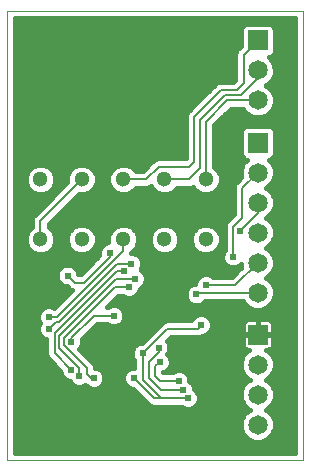
<source format=gbl>
G75*
%MOIN*%
%OFA0B0*%
%FSLAX25Y25*%
%IPPOS*%
%LPD*%
%AMOC8*
5,1,8,0,0,1.08239X$1,22.5*
%
%ADD10C,0.00000*%
%ADD11R,0.06500X0.06500*%
%ADD12C,0.06500*%
%ADD13C,0.05118*%
%ADD14C,0.01600*%
%ADD15C,0.02381*%
%ADD16C,0.00800*%
D10*
X0037739Y0009674D02*
X0037739Y0159280D01*
X0136164Y0159280D01*
X0136164Y0009674D01*
X0037739Y0009674D01*
D11*
X0121203Y0051406D03*
X0121203Y0115383D03*
X0121203Y0149438D03*
D12*
X0121203Y0139438D03*
X0121203Y0129438D03*
X0121203Y0105383D03*
X0121203Y0095383D03*
X0121203Y0085383D03*
X0121203Y0075383D03*
X0121203Y0065383D03*
X0121203Y0041406D03*
X0121203Y0031406D03*
X0121203Y0021406D03*
D13*
X0103880Y0083139D03*
X0090101Y0083139D03*
X0076321Y0083139D03*
X0062542Y0083139D03*
X0048762Y0083139D03*
X0048762Y0103139D03*
X0062542Y0103139D03*
X0076321Y0103139D03*
X0090101Y0103139D03*
X0103880Y0103139D03*
D14*
X0100815Y0099191D02*
X0093166Y0099191D01*
X0092910Y0098934D02*
X0094305Y0100330D01*
X0094309Y0100339D01*
X0098689Y0100339D01*
X0099528Y0100686D01*
X0099676Y0100330D01*
X0101071Y0098934D01*
X0102894Y0098180D01*
X0104867Y0098180D01*
X0106689Y0098934D01*
X0108084Y0100330D01*
X0108839Y0102152D01*
X0108839Y0104125D01*
X0108084Y0105948D01*
X0106689Y0107343D01*
X0106680Y0107346D01*
X0106680Y0121113D01*
X0112205Y0126638D01*
X0116247Y0126638D01*
X0116413Y0126237D01*
X0118003Y0124648D01*
X0120079Y0123788D01*
X0122327Y0123788D01*
X0124404Y0124648D01*
X0125993Y0126237D01*
X0126853Y0128314D01*
X0126853Y0130562D01*
X0125993Y0132638D01*
X0124404Y0134228D01*
X0123896Y0134438D01*
X0124404Y0134648D01*
X0125993Y0136237D01*
X0126853Y0138314D01*
X0126853Y0140562D01*
X0125993Y0142638D01*
X0124843Y0143788D01*
X0124931Y0143788D01*
X0125813Y0144153D01*
X0126488Y0144828D01*
X0126853Y0145710D01*
X0126853Y0153165D01*
X0126488Y0154047D01*
X0125813Y0154722D01*
X0124931Y0155088D01*
X0117476Y0155088D01*
X0116594Y0154722D01*
X0115919Y0154047D01*
X0115553Y0153165D01*
X0115553Y0147748D01*
X0114105Y0146299D01*
X0113679Y0145270D01*
X0113679Y0136424D01*
X0112957Y0135702D01*
X0108441Y0135702D01*
X0107412Y0135276D01*
X0106625Y0134488D01*
X0097570Y0125433D01*
X0097143Y0124404D01*
X0097143Y0110112D01*
X0087575Y0110112D01*
X0086546Y0109686D01*
X0085759Y0108898D01*
X0082799Y0105939D01*
X0080529Y0105939D01*
X0080525Y0105948D01*
X0079130Y0107343D01*
X0077308Y0108098D01*
X0075335Y0108098D01*
X0073512Y0107343D01*
X0072117Y0105948D01*
X0071362Y0104125D01*
X0071362Y0102152D01*
X0072117Y0100330D01*
X0073512Y0098934D01*
X0075335Y0098180D01*
X0077308Y0098180D01*
X0079130Y0098934D01*
X0080525Y0100330D01*
X0080529Y0100339D01*
X0084516Y0100339D01*
X0085545Y0100765D01*
X0085666Y0100886D01*
X0085897Y0100330D01*
X0087292Y0098934D01*
X0089114Y0098180D01*
X0091087Y0098180D01*
X0092910Y0098934D01*
X0087036Y0099191D02*
X0079386Y0099191D01*
X0073256Y0099191D02*
X0065607Y0099191D01*
X0065351Y0098934D02*
X0066746Y0100330D01*
X0067501Y0102152D01*
X0067501Y0104125D01*
X0066746Y0105948D01*
X0065351Y0107343D01*
X0063528Y0108098D01*
X0061555Y0108098D01*
X0059733Y0107343D01*
X0058338Y0105948D01*
X0057583Y0104125D01*
X0057583Y0102152D01*
X0057586Y0102143D01*
X0047176Y0091733D01*
X0046388Y0090945D01*
X0045962Y0089916D01*
X0045962Y0087346D01*
X0045953Y0087343D01*
X0044558Y0085948D01*
X0043803Y0084125D01*
X0043803Y0082152D01*
X0044558Y0080330D01*
X0045953Y0078934D01*
X0047776Y0078180D01*
X0049749Y0078180D01*
X0051571Y0078934D01*
X0052966Y0080330D01*
X0053721Y0082152D01*
X0053721Y0084125D01*
X0052966Y0085948D01*
X0051571Y0087343D01*
X0051562Y0087346D01*
X0051562Y0088199D01*
X0061546Y0098183D01*
X0061555Y0098180D01*
X0063528Y0098180D01*
X0065351Y0098934D01*
X0066936Y0100789D02*
X0071927Y0100789D01*
X0071362Y0102388D02*
X0067501Y0102388D01*
X0067501Y0103986D02*
X0071362Y0103986D01*
X0071967Y0105585D02*
X0066896Y0105585D01*
X0065510Y0107183D02*
X0073353Y0107183D01*
X0079290Y0107183D02*
X0084044Y0107183D01*
X0085642Y0108782D02*
X0040139Y0108782D01*
X0040139Y0110380D02*
X0097143Y0110380D01*
X0097143Y0111979D02*
X0040139Y0111979D01*
X0040139Y0113577D02*
X0097143Y0113577D01*
X0097143Y0115176D02*
X0040139Y0115176D01*
X0040139Y0116774D02*
X0097143Y0116774D01*
X0097143Y0118373D02*
X0040139Y0118373D01*
X0040139Y0119971D02*
X0097143Y0119971D01*
X0097143Y0121570D02*
X0040139Y0121570D01*
X0040139Y0123168D02*
X0097143Y0123168D01*
X0097293Y0124767D02*
X0040139Y0124767D01*
X0040139Y0126365D02*
X0098502Y0126365D01*
X0100100Y0127964D02*
X0040139Y0127964D01*
X0040139Y0129562D02*
X0101699Y0129562D01*
X0103297Y0131161D02*
X0040139Y0131161D01*
X0040139Y0132759D02*
X0104896Y0132759D01*
X0106494Y0134358D02*
X0040139Y0134358D01*
X0040139Y0135956D02*
X0113211Y0135956D01*
X0113679Y0137555D02*
X0040139Y0137555D01*
X0040139Y0139153D02*
X0113679Y0139153D01*
X0113679Y0140752D02*
X0040139Y0140752D01*
X0040139Y0142350D02*
X0113679Y0142350D01*
X0113679Y0143949D02*
X0040139Y0143949D01*
X0040139Y0145547D02*
X0113794Y0145547D01*
X0114952Y0147146D02*
X0040139Y0147146D01*
X0040139Y0148745D02*
X0115553Y0148745D01*
X0115553Y0150343D02*
X0040139Y0150343D01*
X0040139Y0151942D02*
X0115553Y0151942D01*
X0115708Y0153540D02*
X0040139Y0153540D01*
X0040139Y0155139D02*
X0133764Y0155139D01*
X0133764Y0156737D02*
X0040139Y0156737D01*
X0040139Y0156880D02*
X0133764Y0156880D01*
X0133764Y0012074D01*
X0040139Y0012074D01*
X0040139Y0156880D01*
X0047776Y0108098D02*
X0045953Y0107343D01*
X0044558Y0105948D01*
X0043803Y0104125D01*
X0043803Y0102152D01*
X0044558Y0100330D01*
X0045953Y0098934D01*
X0047776Y0098180D01*
X0049749Y0098180D01*
X0051571Y0098934D01*
X0052966Y0100330D01*
X0053721Y0102152D01*
X0053721Y0104125D01*
X0052966Y0105948D01*
X0051571Y0107343D01*
X0049749Y0108098D01*
X0047776Y0108098D01*
X0045794Y0107183D02*
X0040139Y0107183D01*
X0040139Y0105585D02*
X0044408Y0105585D01*
X0043803Y0103986D02*
X0040139Y0103986D01*
X0040139Y0102388D02*
X0043803Y0102388D01*
X0044368Y0100789D02*
X0040139Y0100789D01*
X0040139Y0099191D02*
X0045697Y0099191D01*
X0049838Y0094395D02*
X0040139Y0094395D01*
X0040139Y0092797D02*
X0048240Y0092797D01*
X0046641Y0091198D02*
X0040139Y0091198D01*
X0040139Y0089600D02*
X0045962Y0089600D01*
X0045962Y0088001D02*
X0040139Y0088001D01*
X0040139Y0086403D02*
X0045013Y0086403D01*
X0044084Y0084804D02*
X0040139Y0084804D01*
X0040139Y0083206D02*
X0043803Y0083206D01*
X0044029Y0081607D02*
X0040139Y0081607D01*
X0040139Y0080009D02*
X0044879Y0080009D01*
X0047219Y0078410D02*
X0040139Y0078410D01*
X0040139Y0076811D02*
X0067452Y0076811D01*
X0068429Y0077788D02*
X0062169Y0071529D01*
X0061408Y0071529D01*
X0061408Y0071806D01*
X0060861Y0073125D01*
X0059851Y0074135D01*
X0058531Y0074682D01*
X0057103Y0074682D01*
X0055783Y0074135D01*
X0054773Y0073125D01*
X0054227Y0071806D01*
X0054227Y0070377D01*
X0054773Y0069057D01*
X0055783Y0068047D01*
X0057103Y0067501D01*
X0057448Y0067501D01*
X0058593Y0066355D01*
X0059134Y0066132D01*
X0053415Y0060412D01*
X0052232Y0060902D01*
X0050804Y0060902D01*
X0049484Y0060356D01*
X0048474Y0059346D01*
X0047928Y0058026D01*
X0047928Y0056598D01*
X0048447Y0055343D01*
X0047928Y0054089D01*
X0047928Y0052661D01*
X0048474Y0051341D01*
X0049484Y0050331D01*
X0050687Y0049833D01*
X0050687Y0044550D01*
X0051113Y0043521D01*
X0055408Y0039226D01*
X0055408Y0038881D01*
X0055954Y0037561D01*
X0056965Y0036551D01*
X0058284Y0036005D01*
X0058540Y0036005D01*
X0058710Y0035593D01*
X0059720Y0034583D01*
X0061040Y0034036D01*
X0062469Y0034036D01*
X0063696Y0034545D01*
X0064445Y0033795D01*
X0065765Y0033249D01*
X0067193Y0033249D01*
X0068513Y0033795D01*
X0069523Y0034805D01*
X0070069Y0036125D01*
X0070069Y0037554D01*
X0069523Y0038873D01*
X0068513Y0039883D01*
X0067193Y0040430D01*
X0066916Y0040430D01*
X0066916Y0040940D01*
X0066490Y0041969D01*
X0065703Y0042756D01*
X0061746Y0046713D01*
X0062042Y0047010D01*
X0062589Y0048330D01*
X0062589Y0049758D01*
X0062560Y0049827D01*
X0067639Y0054906D01*
X0070894Y0054906D01*
X0071138Y0054662D01*
X0072457Y0054115D01*
X0073886Y0054115D01*
X0075206Y0054662D01*
X0076216Y0055672D01*
X0076762Y0056991D01*
X0076762Y0058420D01*
X0076216Y0059739D01*
X0075206Y0060749D01*
X0073886Y0061296D01*
X0072457Y0061296D01*
X0071138Y0060749D01*
X0070894Y0060505D01*
X0070876Y0060505D01*
X0074725Y0064354D01*
X0076012Y0064354D01*
X0076256Y0064110D01*
X0077576Y0063564D01*
X0079004Y0063564D01*
X0080324Y0064110D01*
X0081334Y0065120D01*
X0081880Y0066440D01*
X0081880Y0066696D01*
X0082292Y0066866D01*
X0083302Y0067876D01*
X0083849Y0069196D01*
X0083849Y0070624D01*
X0083302Y0071944D01*
X0082292Y0072954D01*
X0082132Y0073021D01*
X0082668Y0074314D01*
X0082668Y0075743D01*
X0082121Y0077062D01*
X0081111Y0078072D01*
X0079791Y0078619D01*
X0079045Y0078619D01*
X0079121Y0078802D01*
X0079121Y0078931D01*
X0079130Y0078934D01*
X0080525Y0080330D01*
X0081280Y0082152D01*
X0081280Y0084125D01*
X0080525Y0085948D01*
X0079130Y0087343D01*
X0077308Y0088098D01*
X0075335Y0088098D01*
X0073512Y0087343D01*
X0072117Y0085948D01*
X0071362Y0084125D01*
X0071362Y0082162D01*
X0071276Y0082162D01*
X0069957Y0081616D01*
X0068947Y0080606D01*
X0068400Y0079286D01*
X0068400Y0077857D01*
X0068429Y0077788D01*
X0068400Y0078410D02*
X0064085Y0078410D01*
X0063528Y0078180D02*
X0065351Y0078934D01*
X0066746Y0080330D01*
X0067501Y0082152D01*
X0067501Y0084125D01*
X0066746Y0085948D01*
X0065351Y0087343D01*
X0063528Y0088098D01*
X0061555Y0088098D01*
X0059733Y0087343D01*
X0058338Y0085948D01*
X0057583Y0084125D01*
X0057583Y0082152D01*
X0058338Y0080330D01*
X0059733Y0078934D01*
X0061555Y0078180D01*
X0063528Y0078180D01*
X0060999Y0078410D02*
X0050305Y0078410D01*
X0052645Y0080009D02*
X0058659Y0080009D01*
X0057808Y0081607D02*
X0053495Y0081607D01*
X0053721Y0083206D02*
X0057583Y0083206D01*
X0057864Y0084804D02*
X0053440Y0084804D01*
X0052511Y0086403D02*
X0058793Y0086403D01*
X0061322Y0088001D02*
X0051562Y0088001D01*
X0052962Y0089600D02*
X0111342Y0089600D01*
X0111349Y0089607D02*
X0110562Y0088819D01*
X0110135Y0087790D01*
X0110135Y0079668D01*
X0109891Y0079424D01*
X0109345Y0078105D01*
X0109345Y0076676D01*
X0109891Y0075357D01*
X0110902Y0074347D01*
X0112221Y0073800D01*
X0113650Y0073800D01*
X0114969Y0074347D01*
X0115553Y0074930D01*
X0115553Y0074259D01*
X0115719Y0073858D01*
X0112602Y0070742D01*
X0106158Y0070742D01*
X0105914Y0070986D01*
X0104594Y0071532D01*
X0103166Y0071532D01*
X0101846Y0070986D01*
X0100836Y0069976D01*
X0100290Y0068656D01*
X0100290Y0068383D01*
X0100016Y0068383D01*
X0098697Y0067836D01*
X0097687Y0066826D01*
X0097140Y0065506D01*
X0097140Y0064078D01*
X0097687Y0062758D01*
X0098697Y0061748D01*
X0100016Y0061202D01*
X0101445Y0061202D01*
X0102765Y0061748D01*
X0103599Y0062583D01*
X0116247Y0062583D01*
X0116413Y0062182D01*
X0118003Y0060593D01*
X0120079Y0059733D01*
X0122327Y0059733D01*
X0124404Y0060593D01*
X0125993Y0062182D01*
X0126853Y0064259D01*
X0126853Y0066507D01*
X0125993Y0068583D01*
X0124404Y0070173D01*
X0123896Y0070383D01*
X0124404Y0070593D01*
X0125993Y0072182D01*
X0126853Y0074259D01*
X0126853Y0076507D01*
X0125993Y0078583D01*
X0124404Y0080173D01*
X0123896Y0080383D01*
X0124404Y0080593D01*
X0125993Y0082182D01*
X0126853Y0084259D01*
X0126853Y0086507D01*
X0125993Y0088583D01*
X0124404Y0090173D01*
X0123896Y0090383D01*
X0124404Y0090593D01*
X0125993Y0092182D01*
X0126853Y0094259D01*
X0126853Y0096507D01*
X0125993Y0098583D01*
X0124404Y0100173D01*
X0123896Y0100383D01*
X0124404Y0100593D01*
X0125993Y0102182D01*
X0126853Y0104259D01*
X0126853Y0106507D01*
X0125993Y0108583D01*
X0124843Y0109733D01*
X0124931Y0109733D01*
X0125813Y0110098D01*
X0126488Y0110773D01*
X0126853Y0111655D01*
X0126853Y0119110D01*
X0126488Y0119992D01*
X0125813Y0120667D01*
X0124931Y0121033D01*
X0117476Y0121033D01*
X0116594Y0120667D01*
X0115919Y0119992D01*
X0115553Y0119110D01*
X0115553Y0111655D01*
X0115919Y0110773D01*
X0116594Y0110098D01*
X0117476Y0109733D01*
X0117563Y0109733D01*
X0116413Y0108583D01*
X0115553Y0106507D01*
X0115553Y0104259D01*
X0115719Y0103858D01*
X0114499Y0102638D01*
X0113711Y0101851D01*
X0113285Y0100822D01*
X0113285Y0091542D01*
X0111349Y0089607D01*
X0110223Y0088001D02*
X0105100Y0088001D01*
X0104867Y0088098D02*
X0102894Y0088098D01*
X0101071Y0087343D01*
X0099676Y0085948D01*
X0098921Y0084125D01*
X0098921Y0082152D01*
X0099676Y0080330D01*
X0101071Y0078934D01*
X0102894Y0078180D01*
X0104867Y0078180D01*
X0106689Y0078934D01*
X0108084Y0080330D01*
X0108839Y0082152D01*
X0108839Y0084125D01*
X0108084Y0085948D01*
X0106689Y0087343D01*
X0104867Y0088098D01*
X0102661Y0088001D02*
X0091320Y0088001D01*
X0091087Y0088098D02*
X0089114Y0088098D01*
X0087292Y0087343D01*
X0085897Y0085948D01*
X0085142Y0084125D01*
X0085142Y0082152D01*
X0085897Y0080330D01*
X0087292Y0078934D01*
X0089114Y0078180D01*
X0091087Y0078180D01*
X0092910Y0078934D01*
X0094305Y0080330D01*
X0095060Y0082152D01*
X0095060Y0084125D01*
X0094305Y0085948D01*
X0092910Y0087343D01*
X0091087Y0088098D01*
X0088881Y0088001D02*
X0077541Y0088001D01*
X0080070Y0086403D02*
X0086352Y0086403D01*
X0085423Y0084804D02*
X0080999Y0084804D01*
X0081280Y0083206D02*
X0085142Y0083206D01*
X0085368Y0081607D02*
X0081054Y0081607D01*
X0080204Y0080009D02*
X0086218Y0080009D01*
X0088558Y0078410D02*
X0080296Y0078410D01*
X0082225Y0076811D02*
X0109345Y0076811D01*
X0109471Y0078410D02*
X0105423Y0078410D01*
X0107763Y0080009D02*
X0110135Y0080009D01*
X0110135Y0081607D02*
X0108614Y0081607D01*
X0108839Y0083206D02*
X0110135Y0083206D01*
X0110135Y0084804D02*
X0108558Y0084804D01*
X0107629Y0086403D02*
X0110135Y0086403D01*
X0112941Y0091198D02*
X0054561Y0091198D01*
X0056160Y0092797D02*
X0113285Y0092797D01*
X0113285Y0094395D02*
X0057758Y0094395D01*
X0059357Y0095994D02*
X0113285Y0095994D01*
X0113285Y0097592D02*
X0060955Y0097592D01*
X0057583Y0102388D02*
X0053721Y0102388D01*
X0053721Y0103986D02*
X0057583Y0103986D01*
X0058187Y0105585D02*
X0053117Y0105585D01*
X0051731Y0107183D02*
X0059573Y0107183D01*
X0056233Y0100789D02*
X0053157Y0100789D01*
X0051827Y0099191D02*
X0054634Y0099191D01*
X0053035Y0097592D02*
X0040139Y0097592D01*
X0040139Y0095994D02*
X0051437Y0095994D01*
X0063761Y0088001D02*
X0075102Y0088001D01*
X0072572Y0086403D02*
X0066291Y0086403D01*
X0067219Y0084804D02*
X0071643Y0084804D01*
X0071362Y0083206D02*
X0067501Y0083206D01*
X0067275Y0081607D02*
X0069948Y0081607D01*
X0068699Y0080009D02*
X0066425Y0080009D01*
X0065853Y0075213D02*
X0040139Y0075213D01*
X0040139Y0073614D02*
X0055263Y0073614D01*
X0054314Y0072016D02*
X0040139Y0072016D01*
X0040139Y0070417D02*
X0054227Y0070417D01*
X0055012Y0068819D02*
X0040139Y0068819D01*
X0040139Y0067220D02*
X0057728Y0067220D01*
X0058624Y0065622D02*
X0040139Y0065622D01*
X0040139Y0064023D02*
X0057026Y0064023D01*
X0055427Y0062425D02*
X0040139Y0062425D01*
X0040139Y0060826D02*
X0050620Y0060826D01*
X0052416Y0060826D02*
X0053829Y0060826D01*
X0048425Y0059228D02*
X0040139Y0059228D01*
X0040139Y0057629D02*
X0047928Y0057629D01*
X0048162Y0056031D02*
X0040139Y0056031D01*
X0040139Y0054432D02*
X0048070Y0054432D01*
X0047928Y0052834D02*
X0040139Y0052834D01*
X0040139Y0051235D02*
X0048580Y0051235D01*
X0050687Y0049637D02*
X0040139Y0049637D01*
X0040139Y0048038D02*
X0050687Y0048038D01*
X0050687Y0046440D02*
X0040139Y0046440D01*
X0040139Y0044841D02*
X0050687Y0044841D01*
X0051391Y0043243D02*
X0040139Y0043243D01*
X0040139Y0041644D02*
X0052990Y0041644D01*
X0054588Y0040046D02*
X0040139Y0040046D01*
X0040139Y0038447D02*
X0055588Y0038447D01*
X0056667Y0036849D02*
X0040139Y0036849D01*
X0040139Y0035250D02*
X0059053Y0035250D01*
X0064792Y0033652D02*
X0040139Y0033652D01*
X0040139Y0032053D02*
X0080691Y0032053D01*
X0079495Y0033249D02*
X0084971Y0027773D01*
X0086000Y0027346D01*
X0095697Y0027346D01*
X0095941Y0027103D01*
X0097261Y0026556D01*
X0098689Y0026556D01*
X0100009Y0027103D01*
X0101019Y0028113D01*
X0101565Y0029432D01*
X0101565Y0030861D01*
X0101019Y0032180D01*
X0100009Y0033190D01*
X0099991Y0033198D01*
X0099991Y0033617D01*
X0099444Y0034936D01*
X0098434Y0035946D01*
X0098416Y0035954D01*
X0098416Y0036766D01*
X0097869Y0038086D01*
X0096859Y0039096D01*
X0095539Y0039643D01*
X0094111Y0039643D01*
X0092791Y0039096D01*
X0092547Y0038852D01*
X0089751Y0038852D01*
X0089751Y0038972D01*
X0090560Y0039307D01*
X0091570Y0040317D01*
X0092116Y0041637D01*
X0092116Y0043065D01*
X0091570Y0044385D01*
X0091045Y0044910D01*
X0091176Y0045042D01*
X0091723Y0046361D01*
X0091723Y0047790D01*
X0091176Y0049109D01*
X0090978Y0049308D01*
X0092245Y0050575D01*
X0101681Y0050575D01*
X0102624Y0050965D01*
X0103020Y0050965D01*
X0104339Y0051512D01*
X0105349Y0052522D01*
X0105896Y0053842D01*
X0105896Y0055270D01*
X0105349Y0056590D01*
X0104339Y0057600D01*
X0103020Y0058146D01*
X0101591Y0058146D01*
X0100272Y0057600D01*
X0099262Y0056590D01*
X0099090Y0056175D01*
X0090528Y0056175D01*
X0089499Y0055749D01*
X0082448Y0048698D01*
X0082103Y0048698D01*
X0080783Y0048151D01*
X0079773Y0047141D01*
X0079227Y0045821D01*
X0079227Y0044393D01*
X0079773Y0043073D01*
X0080017Y0042829D01*
X0080017Y0040430D01*
X0079150Y0040430D01*
X0077831Y0039883D01*
X0076821Y0038873D01*
X0076274Y0037554D01*
X0076274Y0036125D01*
X0076821Y0034805D01*
X0077831Y0033795D01*
X0079150Y0033249D01*
X0079495Y0033249D01*
X0078178Y0033652D02*
X0068166Y0033652D01*
X0069707Y0035250D02*
X0076636Y0035250D01*
X0076274Y0036849D02*
X0070069Y0036849D01*
X0069699Y0038447D02*
X0076644Y0038447D01*
X0078223Y0040046D02*
X0068120Y0040046D01*
X0066625Y0041644D02*
X0080017Y0041644D01*
X0079703Y0043243D02*
X0065216Y0043243D01*
X0063618Y0044841D02*
X0079227Y0044841D01*
X0079483Y0046440D02*
X0062019Y0046440D01*
X0062468Y0048038D02*
X0080671Y0048038D01*
X0083387Y0049637D02*
X0062589Y0049637D01*
X0063968Y0051235D02*
X0084986Y0051235D01*
X0086584Y0052834D02*
X0065567Y0052834D01*
X0067165Y0054432D02*
X0071691Y0054432D01*
X0074652Y0054432D02*
X0088183Y0054432D01*
X0090181Y0056031D02*
X0076364Y0056031D01*
X0076762Y0057629D02*
X0100343Y0057629D01*
X0098020Y0062425D02*
X0072796Y0062425D01*
X0071324Y0060826D02*
X0071197Y0060826D01*
X0075020Y0060826D02*
X0117769Y0060826D01*
X0116313Y0062425D02*
X0103441Y0062425D01*
X0104268Y0057629D02*
X0133764Y0057629D01*
X0133764Y0056031D02*
X0125624Y0056031D01*
X0125558Y0056097D02*
X0125148Y0056334D01*
X0124690Y0056456D01*
X0121278Y0056456D01*
X0121278Y0051481D01*
X0126253Y0051481D01*
X0126253Y0054893D01*
X0126130Y0055351D01*
X0125893Y0055762D01*
X0125558Y0056097D01*
X0126253Y0054432D02*
X0133764Y0054432D01*
X0133764Y0052834D02*
X0126253Y0052834D01*
X0126253Y0051331D02*
X0121278Y0051331D01*
X0121278Y0051481D01*
X0121128Y0051481D01*
X0121128Y0051331D01*
X0116153Y0051331D01*
X0116153Y0047919D01*
X0116276Y0047462D01*
X0116513Y0047051D01*
X0116848Y0046716D01*
X0117258Y0046479D01*
X0117716Y0046356D01*
X0118389Y0046356D01*
X0118003Y0046196D01*
X0116413Y0044607D01*
X0115553Y0042530D01*
X0115553Y0040282D01*
X0116413Y0038206D01*
X0118003Y0036616D01*
X0118510Y0036406D01*
X0118003Y0036196D01*
X0116413Y0034607D01*
X0115553Y0032530D01*
X0115553Y0030282D01*
X0116413Y0028206D01*
X0118003Y0026616D01*
X0118510Y0026406D01*
X0118003Y0026196D01*
X0116413Y0024607D01*
X0115553Y0022530D01*
X0115553Y0020282D01*
X0116413Y0018206D01*
X0118003Y0016616D01*
X0120079Y0015756D01*
X0122327Y0015756D01*
X0124404Y0016616D01*
X0125993Y0018206D01*
X0126853Y0020282D01*
X0126853Y0022530D01*
X0125993Y0024607D01*
X0124404Y0026196D01*
X0123896Y0026406D01*
X0124404Y0026616D01*
X0125993Y0028206D01*
X0126853Y0030282D01*
X0126853Y0032530D01*
X0125993Y0034607D01*
X0124404Y0036196D01*
X0123896Y0036406D01*
X0124404Y0036616D01*
X0125993Y0038206D01*
X0126853Y0040282D01*
X0126853Y0042530D01*
X0125993Y0044607D01*
X0124404Y0046196D01*
X0124017Y0046356D01*
X0124690Y0046356D01*
X0125148Y0046479D01*
X0125558Y0046716D01*
X0125893Y0047051D01*
X0126130Y0047462D01*
X0126253Y0047919D01*
X0126253Y0051331D01*
X0126253Y0051235D02*
X0133764Y0051235D01*
X0133764Y0049637D02*
X0126253Y0049637D01*
X0126253Y0048038D02*
X0133764Y0048038D01*
X0133764Y0046440D02*
X0125002Y0046440D01*
X0125758Y0044841D02*
X0133764Y0044841D01*
X0133764Y0043243D02*
X0126558Y0043243D01*
X0126853Y0041644D02*
X0133764Y0041644D01*
X0133764Y0040046D02*
X0126755Y0040046D01*
X0126093Y0038447D02*
X0133764Y0038447D01*
X0133764Y0036849D02*
X0124636Y0036849D01*
X0125350Y0035250D02*
X0133764Y0035250D01*
X0133764Y0033652D02*
X0126389Y0033652D01*
X0126853Y0032053D02*
X0133764Y0032053D01*
X0133764Y0030455D02*
X0126853Y0030455D01*
X0126262Y0028856D02*
X0133764Y0028856D01*
X0133764Y0027258D02*
X0125045Y0027258D01*
X0124941Y0025659D02*
X0133764Y0025659D01*
X0133764Y0024061D02*
X0126219Y0024061D01*
X0126853Y0022462D02*
X0133764Y0022462D01*
X0133764Y0020864D02*
X0126853Y0020864D01*
X0126432Y0019265D02*
X0133764Y0019265D01*
X0133764Y0017667D02*
X0125454Y0017667D01*
X0123080Y0016068D02*
X0133764Y0016068D01*
X0133764Y0014470D02*
X0040139Y0014470D01*
X0040139Y0016068D02*
X0119327Y0016068D01*
X0116953Y0017667D02*
X0040139Y0017667D01*
X0040139Y0019265D02*
X0115975Y0019265D01*
X0115553Y0020864D02*
X0040139Y0020864D01*
X0040139Y0022462D02*
X0115553Y0022462D01*
X0116187Y0024061D02*
X0040139Y0024061D01*
X0040139Y0025659D02*
X0117466Y0025659D01*
X0117361Y0027258D02*
X0100164Y0027258D01*
X0101327Y0028856D02*
X0116144Y0028856D01*
X0115553Y0030455D02*
X0101565Y0030455D01*
X0101071Y0032053D02*
X0115553Y0032053D01*
X0116018Y0033652D02*
X0099976Y0033652D01*
X0099130Y0035250D02*
X0117057Y0035250D01*
X0117770Y0036849D02*
X0098382Y0036849D01*
X0097508Y0038447D02*
X0116313Y0038447D01*
X0115651Y0040046D02*
X0091298Y0040046D01*
X0092116Y0041644D02*
X0115553Y0041644D01*
X0115848Y0043243D02*
X0092043Y0043243D01*
X0091114Y0044841D02*
X0116648Y0044841D01*
X0117405Y0046440D02*
X0091723Y0046440D01*
X0091620Y0048038D02*
X0116153Y0048038D01*
X0116153Y0049637D02*
X0091307Y0049637D01*
X0097163Y0064023D02*
X0080114Y0064023D01*
X0081541Y0065622D02*
X0097188Y0065622D01*
X0098081Y0067220D02*
X0082646Y0067220D01*
X0083693Y0068819D02*
X0100357Y0068819D01*
X0101278Y0070417D02*
X0083849Y0070417D01*
X0083230Y0072016D02*
X0113877Y0072016D01*
X0115475Y0073614D02*
X0082378Y0073614D01*
X0082668Y0075213D02*
X0110035Y0075213D01*
X0102337Y0078410D02*
X0091644Y0078410D01*
X0093984Y0080009D02*
X0099997Y0080009D01*
X0099147Y0081607D02*
X0094834Y0081607D01*
X0095060Y0083206D02*
X0098921Y0083206D01*
X0099203Y0084804D02*
X0094779Y0084804D01*
X0093850Y0086403D02*
X0100131Y0086403D01*
X0106946Y0099191D02*
X0113285Y0099191D01*
X0113285Y0100789D02*
X0108275Y0100789D01*
X0108839Y0102388D02*
X0114248Y0102388D01*
X0115666Y0103986D02*
X0108839Y0103986D01*
X0108235Y0105585D02*
X0115553Y0105585D01*
X0115833Y0107183D02*
X0106849Y0107183D01*
X0106680Y0108782D02*
X0116612Y0108782D01*
X0116311Y0110380D02*
X0106680Y0110380D01*
X0106680Y0111979D02*
X0115553Y0111979D01*
X0115553Y0113577D02*
X0106680Y0113577D01*
X0106680Y0115176D02*
X0115553Y0115176D01*
X0115553Y0116774D02*
X0106680Y0116774D01*
X0106680Y0118373D02*
X0115553Y0118373D01*
X0115910Y0119971D02*
X0106680Y0119971D01*
X0107137Y0121570D02*
X0133764Y0121570D01*
X0133764Y0123168D02*
X0108736Y0123168D01*
X0110334Y0124767D02*
X0117884Y0124767D01*
X0116360Y0126365D02*
X0111933Y0126365D01*
X0124522Y0124767D02*
X0133764Y0124767D01*
X0133764Y0126365D02*
X0126046Y0126365D01*
X0126708Y0127964D02*
X0133764Y0127964D01*
X0133764Y0129562D02*
X0126853Y0129562D01*
X0126605Y0131161D02*
X0133764Y0131161D01*
X0133764Y0132759D02*
X0125872Y0132759D01*
X0124089Y0134358D02*
X0133764Y0134358D01*
X0133764Y0135956D02*
X0125712Y0135956D01*
X0126539Y0137555D02*
X0133764Y0137555D01*
X0133764Y0139153D02*
X0126853Y0139153D01*
X0126774Y0140752D02*
X0133764Y0140752D01*
X0133764Y0142350D02*
X0126112Y0142350D01*
X0125320Y0143949D02*
X0133764Y0143949D01*
X0133764Y0145547D02*
X0126786Y0145547D01*
X0126853Y0147146D02*
X0133764Y0147146D01*
X0133764Y0148745D02*
X0126853Y0148745D01*
X0126853Y0150343D02*
X0133764Y0150343D01*
X0133764Y0151942D02*
X0126853Y0151942D01*
X0126698Y0153540D02*
X0133764Y0153540D01*
X0133764Y0119971D02*
X0126496Y0119971D01*
X0126853Y0118373D02*
X0133764Y0118373D01*
X0133764Y0116774D02*
X0126853Y0116774D01*
X0126853Y0115176D02*
X0133764Y0115176D01*
X0133764Y0113577D02*
X0126853Y0113577D01*
X0126853Y0111979D02*
X0133764Y0111979D01*
X0133764Y0110380D02*
X0126095Y0110380D01*
X0125794Y0108782D02*
X0133764Y0108782D01*
X0133764Y0107183D02*
X0126573Y0107183D01*
X0126853Y0105585D02*
X0133764Y0105585D01*
X0133764Y0103986D02*
X0126740Y0103986D01*
X0126078Y0102388D02*
X0133764Y0102388D01*
X0133764Y0100789D02*
X0124600Y0100789D01*
X0125385Y0099191D02*
X0133764Y0099191D01*
X0133764Y0097592D02*
X0126403Y0097592D01*
X0126853Y0095994D02*
X0133764Y0095994D01*
X0133764Y0094395D02*
X0126853Y0094395D01*
X0126247Y0092797D02*
X0133764Y0092797D01*
X0133764Y0091198D02*
X0125009Y0091198D01*
X0124977Y0089600D02*
X0133764Y0089600D01*
X0133764Y0088001D02*
X0126234Y0088001D01*
X0126853Y0086403D02*
X0133764Y0086403D01*
X0133764Y0084804D02*
X0126853Y0084804D01*
X0126417Y0083206D02*
X0133764Y0083206D01*
X0133764Y0081607D02*
X0125418Y0081607D01*
X0124568Y0080009D02*
X0133764Y0080009D01*
X0133764Y0078410D02*
X0126065Y0078410D01*
X0126727Y0076811D02*
X0133764Y0076811D01*
X0133764Y0075213D02*
X0126853Y0075213D01*
X0126586Y0073614D02*
X0133764Y0073614D01*
X0133764Y0072016D02*
X0125827Y0072016D01*
X0123980Y0070417D02*
X0133764Y0070417D01*
X0133764Y0068819D02*
X0125757Y0068819D01*
X0126557Y0067220D02*
X0133764Y0067220D01*
X0133764Y0065622D02*
X0126853Y0065622D01*
X0126756Y0064023D02*
X0133764Y0064023D01*
X0133764Y0062425D02*
X0126093Y0062425D01*
X0124637Y0060826D02*
X0133764Y0060826D01*
X0133764Y0059228D02*
X0076427Y0059228D01*
X0076466Y0064023D02*
X0074394Y0064023D01*
X0064255Y0073614D02*
X0060372Y0073614D01*
X0061321Y0072016D02*
X0062656Y0072016D01*
X0085569Y0100789D02*
X0085706Y0100789D01*
X0105581Y0056031D02*
X0116782Y0056031D01*
X0116848Y0056097D02*
X0116513Y0055762D01*
X0116276Y0055351D01*
X0116153Y0054893D01*
X0116153Y0051481D01*
X0121128Y0051481D01*
X0121128Y0056456D01*
X0117716Y0056456D01*
X0117258Y0056334D01*
X0116848Y0056097D01*
X0116153Y0054432D02*
X0105896Y0054432D01*
X0105479Y0052834D02*
X0116153Y0052834D01*
X0116153Y0051235D02*
X0103671Y0051235D01*
X0121128Y0052834D02*
X0121278Y0052834D01*
X0121278Y0054432D02*
X0121128Y0054432D01*
X0121128Y0056031D02*
X0121278Y0056031D01*
X0095786Y0027258D02*
X0040139Y0027258D01*
X0040139Y0028856D02*
X0083888Y0028856D01*
X0082289Y0030455D02*
X0040139Y0030455D01*
X0040139Y0012871D02*
X0133764Y0012871D01*
D15*
X0102305Y0054556D03*
X0100731Y0064792D03*
X0103880Y0067942D03*
X0112935Y0077391D03*
X0115298Y0086052D03*
X0088132Y0047076D03*
X0088526Y0042351D03*
X0082817Y0045107D03*
X0079865Y0036839D03*
X0072384Y0044713D03*
X0066479Y0036839D03*
X0061754Y0037627D03*
X0058998Y0039595D03*
X0058998Y0049044D03*
X0051518Y0053375D03*
X0051518Y0057312D03*
X0057817Y0071091D03*
X0071991Y0078572D03*
X0076715Y0072666D03*
X0079077Y0075028D03*
X0080258Y0069910D03*
X0078290Y0067154D03*
X0073172Y0057706D03*
X0094825Y0036052D03*
X0096400Y0032902D03*
X0097975Y0030146D03*
D16*
X0088920Y0030146D01*
X0086557Y0030146D01*
X0079865Y0036839D01*
X0082817Y0036249D02*
X0082817Y0045107D01*
X0091085Y0053375D01*
X0101124Y0053375D01*
X0102305Y0054556D01*
X0100731Y0064792D02*
X0101321Y0065383D01*
X0121203Y0065383D01*
X0113762Y0067942D02*
X0121203Y0075383D01*
X0113762Y0067942D02*
X0103880Y0067942D01*
X0112935Y0077391D02*
X0112935Y0087233D01*
X0116085Y0090383D01*
X0116085Y0100265D01*
X0121203Y0105383D01*
X0121203Y0095383D02*
X0121203Y0091957D01*
X0115298Y0086052D01*
X0103880Y0103139D02*
X0103880Y0122272D01*
X0111046Y0129438D01*
X0121203Y0129438D01*
X0115691Y0131328D02*
X0121203Y0136839D01*
X0121203Y0139438D01*
X0116479Y0135265D02*
X0116479Y0144713D01*
X0121203Y0149438D01*
X0116479Y0135265D02*
X0114117Y0132902D01*
X0108998Y0132902D01*
X0099943Y0123847D01*
X0099943Y0108887D01*
X0098368Y0107312D01*
X0088132Y0107312D01*
X0083959Y0103139D01*
X0076321Y0103139D01*
X0090101Y0103139D02*
X0098132Y0103139D01*
X0101912Y0106918D01*
X0101912Y0123060D01*
X0110180Y0131328D01*
X0115691Y0131328D01*
X0076321Y0083139D02*
X0076321Y0079359D01*
X0054274Y0057312D01*
X0051518Y0057312D01*
X0053880Y0055737D02*
X0051518Y0053375D01*
X0053487Y0051800D02*
X0074353Y0072666D01*
X0076715Y0072666D01*
X0074353Y0075028D02*
X0079077Y0075028D01*
X0080258Y0069910D02*
X0073959Y0069910D01*
X0055061Y0051013D01*
X0055061Y0047076D01*
X0061754Y0040383D01*
X0061754Y0037627D01*
X0064117Y0038414D02*
X0065691Y0036839D01*
X0066479Y0036839D01*
X0064117Y0038414D02*
X0064117Y0040383D01*
X0056636Y0047863D01*
X0056636Y0050225D01*
X0073565Y0067154D01*
X0078290Y0067154D01*
X0074353Y0075028D02*
X0055061Y0055737D01*
X0053880Y0055737D01*
X0053487Y0051800D02*
X0053487Y0045107D01*
X0058998Y0039595D01*
X0058998Y0049044D02*
X0058998Y0050225D01*
X0066479Y0057706D01*
X0073172Y0057706D01*
X0063329Y0068729D02*
X0071991Y0077391D01*
X0071991Y0078572D01*
X0063329Y0068729D02*
X0060180Y0068729D01*
X0057817Y0071091D01*
X0048762Y0083139D02*
X0048762Y0089359D01*
X0062542Y0103139D01*
X0088132Y0047076D02*
X0088132Y0045501D01*
X0084983Y0042351D01*
X0084983Y0036839D01*
X0088920Y0032902D01*
X0096400Y0032902D01*
X0094825Y0036052D02*
X0088526Y0036052D01*
X0086951Y0037627D01*
X0086951Y0040776D01*
X0088526Y0042351D01*
X0082817Y0036249D02*
X0088920Y0030146D01*
M02*

</source>
